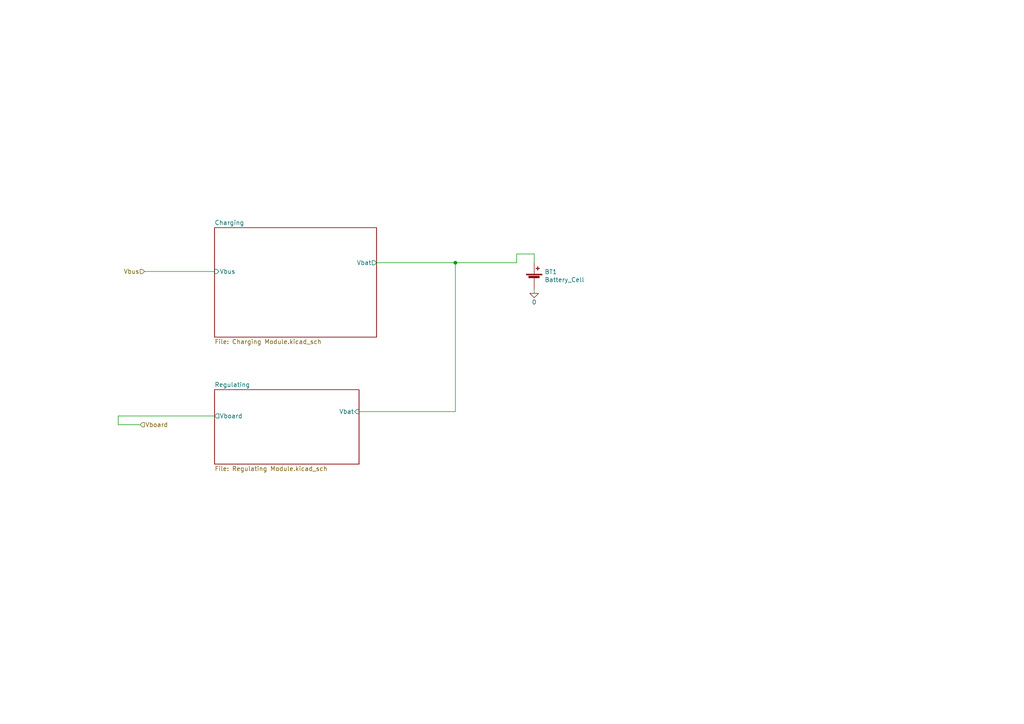
<source format=kicad_sch>
(kicad_sch (version 20230121) (generator eeschema)
  (paper "A4")
  (title_block (title "Power Module") (date "2023-03-05") (rev "V1.0") (company "EEE3088F - Group 14") (comment 1 "Designed by Ashik John"))
  (lib_symbols
    (symbol "Device:Battery_Cell" (pin_numbers hide) (pin_names (offset 0) hide)
      (property "Reference" "BT" (at 2.54 2.54 0))
      (property "Value" "Battery_Cell" (at 2.54 0 0))
      (symbol "Battery_Cell_0_1"
        (rectangle (start -2.286 1.778) (end 2.286 1.524) (fill (type outline)))
        (rectangle (start -1.5748 1.1938) (end 1.4732 0.6858) (fill (type outline)))
        (polyline (pts (xy 0 0.762) (xy 0 0)))
        (polyline (pts (xy 0 1.778) (xy 0 2.54)))
        (polyline (pts (xy 0.508 3.429) (xy 1.524 3.429)) (stroke (width 0.254)))
        (polyline (pts (xy 1.016 3.937) (xy 1.016 2.921)) (stroke (width 0.254)))
      )
      (symbol "Battery_Cell_1_1"
        (pin passive line (at 0 5.08 270) (length 2.54) (name "+") (number "1"))
        (pin passive line (at 0 -2.54 90) (length 2.54) (name "-") (number "2"))
      )
    )
    (symbol "Power module-rescue:0-pspice" (power) (pin_names (offset 0))
      (property "Value" "0-pspice" (at 0 -1.778 0))
      (symbol "0-pspice_0_1"
        (polyline (pts (xy -1.27 0) (xy 0 -1.27) (xy 1.27 0) (xy -1.27 0)))
      )
      (symbol "0-pspice_1_1"
        (pin power_in line (at 0 0 0) (length 0) hide (name "0") (number "1"))
      )
    )
  )
  (junction (at 132.08 76.2))
  (wire (pts (xy 149.86 73.66) (xy 154.94 73.66)))
  (wire (pts (xy 109.22 76.2) (xy 132.08 76.2)))
  (wire (pts (xy 132.08 76.2) (xy 149.86 76.2)))
  (wire (pts (xy 34.29 123.19) (xy 40.64 123.19)))
  (wire (pts (xy 104.14 119.38) (xy 132.08 119.38)))
  (wire (pts (xy 41.91 78.74) (xy 62.23 78.74)))
  (wire (pts (xy 154.94 83.82) (xy 154.94 85.09)))
  (wire (pts (xy 62.23 120.65) (xy 34.29 120.65)))
  (wire (pts (xy 132.08 76.2) (xy 132.08 119.38)))
  (wire (pts (xy 154.94 73.66) (xy 154.94 76.2)))
  (wire (pts (xy 149.86 76.2) (xy 149.86 73.66)))
  (wire (pts (xy 34.29 120.65) (xy 34.29 123.19)))
  (hierarchical_label "Vboard" (shape input) (at 40.64 123.19 0))
  (hierarchical_label "Vbus" (shape input) (at 41.91 78.74 180))
  (symbol (lib_id "Device:Battery_Cell") (at 154.94 81.28 0) (unit 1)
    (property "Reference" "BT1" (at 157.9372 78.8416 0) (effects (justify left)))
    (property "Value" "Battery_Cell" (at 157.9372 81.153 0) (effects (justify left)))
    (property "Footprint" "SpecificFootprints:BH18650PC" (effects hide))
    (property "Price ( 1 board)" "$1.31" (effects hide))
    (property "Price (5 boards)" "6.55" (effects hide))
    (property "JLCPCB Part #" "C2988620" (effects hide))
    (property "Price" "$1.31" (effects hide))
  )
  (symbol (lib_id "Power module-rescue:0-pspice") (at 154.94 85.09 0) (unit 1)
    (property "Reference" "#GND0101" (effects hide))
    (property "Value" "0" (at 154.94 87.63 0))
  )
  (sheet (at 62.23 66.04) (size 46.99 31.75)
    (property "Sheetname" "Charging" (at 62.23 65.3284 0) (effects (justify left bottom)))
    (property "Sheetfile" "Charging Module.kicad_sch" (at 62.23 98.3746 0) (effects (justify left top)))
    (pin "Vbat" output (at 109.22 76.2 0))
    (pin "Vbus" input (at 62.23 78.74 180))
  )
  (sheet (at 62.23 113.03) (size 41.91 21.59)
    (property "Sheetname" "Regulating" (at 62.23 112.3184 0) (effects (justify left bottom)))
    (property "Sheetfile" "Regulating Module.kicad_sch" (at 62.23 135.2046 0) (effects (justify left top)))
    (pin "Vbat" input (at 104.14 119.38 0))
    (pin "Vboard" output (at 62.23 120.65 180))
  )
)
</source>
